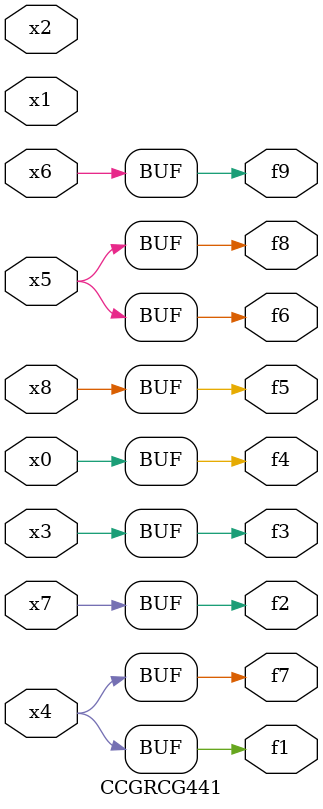
<source format=v>
module CCGRCG441(
	input x0, x1, x2, x3, x4, x5, x6, x7, x8,
	output f1, f2, f3, f4, f5, f6, f7, f8, f9
);
	assign f1 = x4;
	assign f2 = x7;
	assign f3 = x3;
	assign f4 = x0;
	assign f5 = x8;
	assign f6 = x5;
	assign f7 = x4;
	assign f8 = x5;
	assign f9 = x6;
endmodule

</source>
